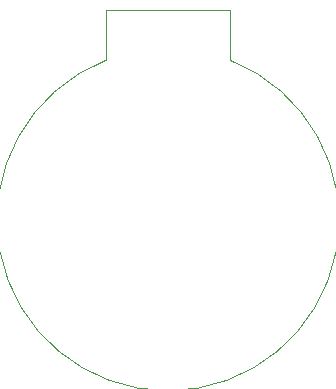
<source format=gm1>
%TF.GenerationSoftware,KiCad,Pcbnew,(6.0.4)*%
%TF.CreationDate,2022-12-18T21:04:36-05:00*%
%TF.ProjectId,LEDModule,4c45444d-6f64-4756-9c65-2e6b69636164,rev?*%
%TF.SameCoordinates,Original*%
%TF.FileFunction,Profile,NP*%
%FSLAX46Y46*%
G04 Gerber Fmt 4.6, Leading zero omitted, Abs format (unit mm)*
G04 Created by KiCad (PCBNEW (6.0.4)) date 2022-12-18 21:04:36*
%MOMM*%
%LPD*%
G01*
G04 APERTURE LIST*
%TA.AperFunction,Profile*%
%ADD10C,0.100000*%
%TD*%
G04 APERTURE END LIST*
D10*
X84750000Y-76500001D02*
G75*
G03*
X95250000Y-76500001I5250000J-13499999D01*
G01*
X84750000Y-72250000D02*
X84750000Y-76500000D01*
X95250000Y-72250000D02*
X84750000Y-72250000D01*
X95250000Y-76500000D02*
X95250000Y-72250000D01*
M02*

</source>
